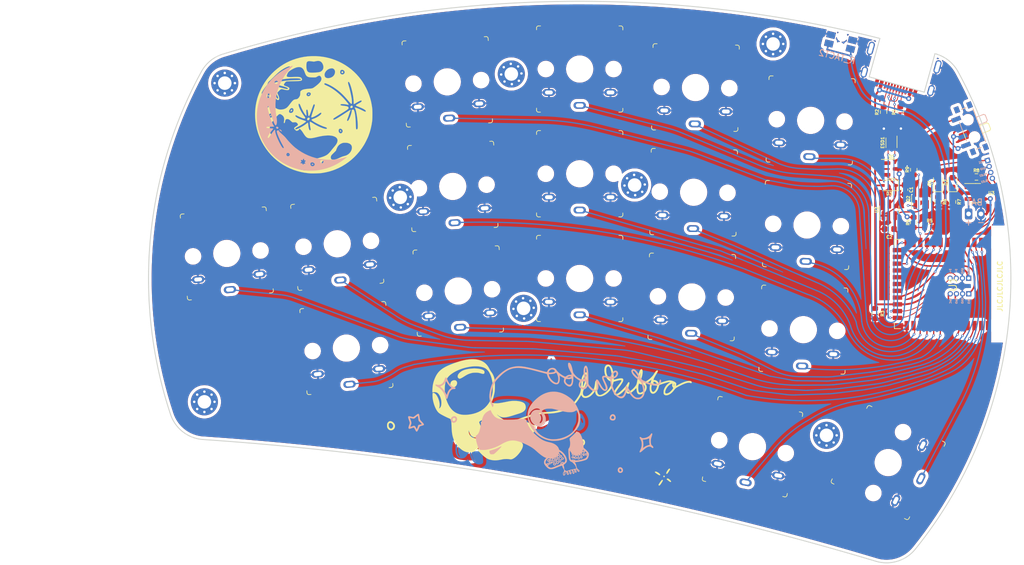
<source format=kicad_pcb>
(kicad_pcb (version 20211014) (generator pcbnew)
  (title_block (title "Wubbo") (rev "v0.1") (company "cache.works"))
  (layers (0 "F.Cu" signal) (31 "B.Cu" signal) (34 "B.Paste" user) (35 "F.Paste" user) (36 "B.SilkS" user "B.Silkscreen") (37 "F.SilkS" user "F.Silkscreen") (38 "B.Mask" user) (39 "F.Mask" user) (44 "Edge.Cuts" user))
  (net 0 "")
  (net 1 "Net-(D1-Pad1)")
  (net 3 "SWDCLK")
  (net 4 "SWDIO")
  (net 5 "VBUS")
  (net 6 "VSENSE")
  (net 7 "+BATT")
  (net 8 "RESET")
  (net 9 "+3V3")
  (net 10 "Net-(D2-Pad1)")
  (net 11 "GND")
  (net 12 "USBD-")
  (net 13 "USBD+")
  (net 14 "D+")
  (net 15 "D-")
  (net 16 "/Net-(J1-CC2)")
  (net 17 "/Net-(J1-CC1)")
  (net 18 "/BAT+_SWITCHED")
  (net 19 "VCC_CONTROL")
  (net 20 "EXT_VCC")
  (net 21 "BLUE_LED")
  (net 22 "CHRG_LED")
  (net 23 "/Net-(U3-PROG)")
  (net 24 "/V-IN")
  (net 25 "SW1")
  (net 26 "SW2")
  (net 27 "SW3")
  (net 28 "SW4")
  (net 29 "SW5")
  (net 30 "SW6")
  (net 31 "SW7")
  (net 32 "SW8")
  (net 33 "SW9")
  (net 34 "SW10")
  (net 35 "/unconnected-(SW_POW1-A)")
  (net 36 "/unconnected-(U1-P0.19)")
  (net 37 "SCL")
  (net 38 "SDA")
  (net 39 "/unconnected-(U1-P0.12)")
  (net 40 "SW17")
  (net 41 "SW16")
  (net 42 "SW15")
  (net 43 "SW14")
  (net 44 "SW13")
  (net 45 "SW12")
  (net 46 "SW11")
  (net 47 "/unconnected-(U1-P0.07)")
  (net 48 "P0.03")
  (net 49 "P0.02")
  (footprint "Resistor_SMD:R_0603_1608Metric" (layer "F.Cu") (at 110.05 -30.525 90)
    (fp_text reference "R9")
    (fp_text value "2M")
  )
  (footprint "kiboard_cache:PG13500-reversible" (layer "F.Cu") (at 36.092843 -10.836936 -177)
    (fp_text reference "SW12" hide)
    (fp_text value "Choc" hide)
  )
  (footprint "kiboard_cache:PG13500-reversible" (layer "F.Cu") (at 55.813372 -29.871818 180)
    (fp_text reference "SW8" hide)
    (fp_text value "Choc" hide)
  )
  (footprint "Capacitor_SMD:C_0603_1608Metric" (layer "F.Cu") (at 108.575 -27.275 -90)
    (fp_text reference "C1")
    (fp_text value "1uF")
  )
  (footprint "Package_TO_SOT_SMD:SOT-666" (layer "F.Cu") (at 106.425 -34.9 -90)
    (fp_text reference "ESD1")
    (fp_text value "USBLC6-2P6")
  )
  (footprint "LED_SMD:LED_0603_1608Metric" (layer "F.Cu") (at 113.98 -28.4425 90)
    (fp_text reference "D1")
    (fp_text value "Blue LED")
  )
  (footprint "Connector_PinSocket_1.00mm:PinSocket_1x04_P1.00mm_Vertical" (layer "F.Cu") (at 118.975 -10.385 -90)
    (fp_text reference "J2" hide)
    (fp_text value "SWD" hide)
  )
  (footprint "Package_TO_SOT_SMD:SOT-23" (layer "F.Cu") (at 106.075 -24 90)
    (fp_text reference "U2")
    (fp_text value "XC6206P")
  )
  (footprint "kiboard_cache:frontleft-2" (layer "F.Cu") (at 59.445876 -12.66613)
    (fp_text reference "Ref**" hide)
    (fp_text value "Val**" hide)
  )
  (footprint "Resistor_SMD:R_0603_1608Metric" (layer "F.Cu") (at 107.86 -39.915 -90)
    (fp_text reference "R1")
    (fp_text value "5.1K")
  )
  (footprint "kiboard_cache:PG13500-reversible" (layer "F.Cu") (at 105.894409 17.019501 -116)
    (fp_text reference "SW17" hide)
    (fp_text value "Choc" hide)
  )
  (footprint "Button_Switch_SMD:SW_SPST_EVQP7C" (layer "F.Cu") (at 98.19 -51.28 166)
    (fp_text reference "R_TACT1" hide)
    (fp_text value "SW_Push")
  )
  (footprint "kiboard_cache:PG13500-reversible" (layer "F.Cu") (at 74.310063 -26.869229 179)
    (fp_text reference "SW9" hide)
    (fp_text value "Choc" hide)
  )
  (footprint "Diode_SMD:D_SOD-323" (layer "F.Cu") (at 106.075 -27.975 180)
    (fp_text reference "D3")
    (fp_text value "D_Schottky" hide)
  )
  (footprint "kiboard_cache:frontright-1" (layer "F.Cu") (at 53.48 -10.865)
    (fp_text reference "Ref**" hide)
    (fp_text value "Val**" hide)
  )
  (footprint "Resistor_SMD:R_0603_1608Metric" (layer "F.Cu") (at 110.025 -21.975 -90)
    (fp_text reference "R4")
    (fp_text value "806/820k")
  )
  (footprint "kiboard_cache:frontright-2" (layer "F.Cu") (at -38.049357 -11.67519)
    (fp_text reference "Ref**" hide)
    (fp_text value "Val**" hide)
  )
  (footprint "Resistor_SMD:R_0603_1608Metric" (layer "F.Cu") (at 120.225 -29.35)
    (fp_text reference "R8")
    (fp_text value "10K")
  )
  (footprint "Capacitor_SMD:C_0603_1608Metric" (layer "F.Cu") (at 106.075 -20.9 180)
    (fp_text reference "C2")
    (fp_text value "1uF")
  )
  (footprint "nRF52840_holyiot_18010" (layer "F.Cu") (at 116.403372 -11.971818 -90)
    (fp_text reference "U1")
    (fp_text value "nRF52840_holyiot_18010")
  )
  (footprint "MountingHole:MountingHole_2.2mm_M2_Pad_Via" (layer "F.Cu") (at -1.81 -44.585)
    (fp_text reference "")
    (fp_text value "MountingHole_2.2mm_M2_Pad_Via")
  )
  (footprint "kiboard_cache:PG13500-reversible" (layer "F.Cu") (at -1.481648 -16.93531 -175)
    (fp_text reference "SW1" hide)
    (fp_text value "Choc" hide)
  )
  (footprint "MountingHole:MountingHole_2.2mm_M2_Pad_Via" (layer "F.Cu") (at 95.88 12.595)
    (fp_text reference "REF**" hide)
    (fp_text value "MountingHole_2.2mm_M2_Pad_Via")
  )
  (footprint "kiboard_cache:PG13500-reversible" (layer "F.Cu") (at 17.931505 -1.568803 -175)
    (fp_text reference "SW11" hide)
    (fp_text value "Choc" hide)
  )
  (footprint "kiboard_cache:PG13500-reversible" (layer "F.Cu") (at 74.606754 -43.866639 179)
    (fp_text reference "SW4" hide)
    (fp_text value "Choc" hide)
  )
  (footprint "MountingHole:MountingHole_2.2mm_M2_Pad_Via" (layer "F.Cu") (at -5.12 7.155)
    (fp_text reference "")
    (fp_text value "MountingHole_2.2mm_M2_Pad_Via")
  )
  (footprint "Resistor_SMD:R_0603_1608Metric" (layer "F.Cu") (at 112.625 -21.15)
    (fp_text reference "R5")
    (fp_text value "2M")
  )
  (footprint "kiboard_cache:PG13500-reversible" (layer "F.Cu") (at 16.449857 -18.504113 -175)
    (fp_text reference "SW6" hide)
    (fp_text value "Choc" hide)
  )
  (footprint "Button_Switch_SMD:SW_SPDT_PCM12" (layer "F.Cu") (at 119.075 -37.125 111)
    (fp_text reference "SW_POW1" hide)
    (fp_text value "SW_SPDT")
  )
  (footprint "Resistor_SMD:R_0603_1608Metric" (layer "F.Cu") (at 105.15 -39.885 -90)
    (fp_text reference "R2")
    (fp_text value "5.1K")
  )
  (footprint "Resistor_SMD:R_0603_1608Metric" (layer "F.Cu") (at 113.98 -25.2675 -90)
    (fp_text reference "R6")
    (fp_text value "1K")
  )
  (footprint "kiboard_cache:PG13500-reversible" (layer "F.Cu") (at 92.71666 -21.54808 178)
    (fp_text reference "SW10" hide)
    (fp_text value "Choc" hide)
  )
  (footprint "kiboard_cache:frontleft-1" (layer "F.Cu") (at 58.31 -11.195)
    (fp_text reference "Ref**" hide)
    (fp_text value "Val**" hide)
  )
  (footprint "kiboard_cache:PG13500-reversible" (layer "F.Cu") (at 93.309951 -38.537724 178)
    (fp_text reference "SW5" hide)
    (fp_text value "Choc" hide)
  )
  (footprint "Package_TO_SOT_SMD:SOT-23" (layer "F.Cu") (at 106.45 -30.65)
    (fp_text reference "Q1")
    (fp_text value "AO3407")
  )
  (footprint "Resistor_SMD:R_0603_1608Metric" (layer "F.Cu") (at 116.34 -25.295 -90)
    (fp_text reference "R7")
    (fp_text value "1K")
  )
  (footprint "Resistor_SMD:R_0603_1608Metric" (layer "F.Cu") (at 103.775 -7.175 -90)
    (fp_text reference "R3")
    (fp_text value "100K")
  )
  (footprint "USB-C-12-Pin-MidMount" (layer "F.Cu") (at 109.053372 -50.751818 -15.5)
    (fp_text reference "J1" hide)
    (fp_text value "USB_C_Receptacle" hide)
  )
  (footprint "kiboard_cache:PG13500-reversible" (layer "F.Cu") (at 74.013372 -9.871818 179)
    (fp_text reference "SW14" hide)
    (fp_text value "Choc" hide)
  )
  (footprint "MountingHole:MountingHole_2.2mm_M2_Pad_Via" (layer "F.Cu") (at 87.21 -50.945)
    (fp_text reference "")
    (fp_text value "MountingHole_2.2mm_M2_Pad_Via")
  )
  (footprint "kiboard_cache:PG13500-reversible" (layer "F.Cu") (at 35.203132 -27.813638 -177)
    (fp_text reference "SW7" hide)
    (fp_text value "Choc" hide)
  )
  (footprint "Connector_PinSocket_1.00mm:PinSocket_1x04_P1.00mm_Vertical" (layer "F.Cu") (at 122.031181 -32.020926 15)
    (fp_text reference "J3" hide)
    (fp_text value "USB" hide)
  )
  (footprint "kiboard_cache:PG13500-reversible" (layer "F.Cu") (at 34.31342 -44.790341 -177)
    (fp_text reference "SW2" hide)
    (fp_text value "Choc" hide)
  )
  (footprint "kiboard_cache:PG13500-reversible" (layer "F.Cu") (at 55.813372 -12.871818 180)
    (fp_text reference "SW13" hide)
    (fp_text value "Choc" hide)
  )
  (footprint "Package_TO_SOT_SMD:TSOT-23-5" (layer "F.Cu") (at 120.1 -26.725)
    (fp_text reference "U3")
    (fp_text value "LTC4054")
  )
  (footprint "kiboard_cache:PG13500-reversible" (layer "F.Cu") (at 83.866674 14.436473 169)
    (fp_text reference "SW16" hide)
    (fp_text value "Choc" hide)
  )
  (footprint "Connector_PinSocket_1.00mm:PinSocket_1x04_P1.00mm_Vertical" (layer "F.Cu") (at 118.95 -12.91 -90)
    (fp_text reference "J3" hide)
    (fp_text value "USB" hide)
  )
  (footprint "kiboard_cache:PG13500-reversible" (layer "F.Cu") (at 92.123368 -4.558436 178)
    (fp_text reference "SW15" hide)
    (fp_text value "Choc" hide)
  )
  (footprint "Package_TO_SOT_SMD:SOT-23" (layer "F.Cu") (at 111.25 -25.825 90)
    (fp_text reference "Q2")
    (fp_text value "AO3407")
  )
  (footprint "kiboard_cache:Tenting_Puck" (layer "F.Cu") (at 45.73 -27.045 3)
    (fp_text reference "REF**")
    (fp_text value "Tenting Puck")
  )
  (footprint "kiboard_cache:PG13500-reversible" (layer "F.Cu") (at 55.813372 -46.871818 180)
    (fp_text reference "SW3" hide)
    (fp_text value "Choc" hide)
  )
  (footprint "LED_SMD:LED_0603_1608Metric" (layer "F.Cu") (at 116.34 -28.445 90)
    (fp_text reference "D2")
    (fp_text value "Red LED")
  )
  (footprint "Button_Switch_SMD:SW_SPST_EVQP7C" (layer "B.Cu") (at 98.19 -51.279239 -14)
    (fp_text reference "R_TACT2")
    (fp_text value "SW_Push")
  )
  (footprint "Connector_JST:JST_PH_S2B-PH-K_1x02_P2.00mm_Horizontal" (layer "B.Cu") (at 118.95 -23.35)
    (fp_text reference "BAT")
    (fp_text value "JST-BATT")
  )
  (footprint "Button_Switch_SMD:SW_SPDT_PCM12" (layer "B.Cu") (at 119.075 -37.125 -69)
    (fp_text reference "SW_POW2" hide)
    (fp_text value "SW_SPDT")
  )
  (gr_arc (start -2.083172 -49.308466) (mid 51.05853 -57.815289) (end 104.54453 -51.844172) (layer "Edge.Cuts") (width 0.15))
  (gr_arc (start -10.622661 9.17934) (mid -13.904233 -19.153192) (end -5.611243 -46.442887) (layer "Edge.Cuts") (width 0.15))
  (gr_line (start 104.54453 -51.844172) (end 102.813372 -45.601818) (layer "Edge.Cuts") (width 0.15))
  (gr_arc (start 117.237987 -46.442886) (mid 125.53532 -6.638849) (end 110.30922 31.062252) (layer "Edge.Cuts") (width 0.15))
  (gr_line (start 111.755862 -43.121846) (end 113.489973 -49.374846) (layer "Edge.Cuts") (width 0.15))
  (gr_arc (start 113.709916 -49.308466) (mid 115.755798 -48.222683) (end 117.237987 -46.442887) (layer "Edge.Cuts") (width 0.15))
  (gr_arc (start -5.611244 -46.442886) (mid -4.129055 -48.222682) (end -2.083173 -49.308466) (layer "Edge.Cuts") (width 0.15))
  (gr_arc (start -5.33437 13.275473) (mid 49.843709 20.118426) (end 103.920858 33.045467) (layer "Edge.Cuts") (width 0.15))
  (gr_line (start 102.813372 -45.601818) (end 111.755862 -43.121846) (layer "Edge.Cuts") (width 0.15))
  (gr_arc (start 113.489972 -49.374846) (mid 113.599953 -49.341687) (end 113.709916 -49.308466) (layer "Edge.Cuts") (width 0.15))
  (gr_arc (start 110.309219 31.062252) (mid 107.417049 33.026702) (end 103.920857 33.045467) (layer "Edge.Cuts") (width 0.15))
  (gr_arc (start -5.33437 13.275474) (mid -8.602289 12.032727) (end -10.622661 9.179341) (layer "Edge.Cuts") (width 0.15))
  (gr_text "P0.03" (at 121.65 -28.665 15) (layer "B.SilkS") (effects (font (size 0.3 0.3) (thickness 0.075)) (justify mirror)))
  (gr_text "SWC" (at 116.02 -9.245 90) (layer "B.SilkS") (effects (font (size 0.3 0.3) (thickness 0.075)) (justify mirror)))
  (gr_text "GND" (at 117.93 -14.095 90) (layer "B.SilkS") (effects (font (size 0.3 0.3) (thickness 0.075)) (justify mirror)))
  (gr_text "P0.02" (at 121.36 -29.685 15) (layer "B.SilkS") (effects (font (size 0.3 0.3) (thickness 0.075)) (justify mirror)))
  (gr_text "D-" (at 116.94 -14.115 90) (layer "B.SilkS") (effects (font (size 0.3 0.3) (thickness 0.075)) (justify mirror)))
  (gr_text "GND" (at 121.29 -30.695 15) (layer "B.SilkS") (effects (font (size 0.3 0.3) (thickness 0.075)) (justify mirror)))
  (gr_text "SWD" (at 116.99 -9.225 90) (layer "B.SilkS") (effects (font (size 0.3 0.3) (thickness 0.075)) (justify mirror)))
  (gr_text "VBUS" (at 118.98 -14.095 90) (layer "B.SilkS") (effects (font (size 0.3 0.3) (thickness 0.075)) (justify mirror)))
  (gr_text "VCC" (at 121 -31.745 15) (layer "B.SilkS") (effects (font (size 0.3 0.3) (thickness 0.075)) (justify mirror)))
  (gr_text "3V3" (at 119.01 -9.185 90) (layer "B.SilkS") (effects (font (size 0.3 0.3) (thickness 0.075)) (justify mirror)))
  (gr_text "GND" (at 117.95 -9.225 90) (layer "B.SilkS") (effects (font (size 0.3 0.3) (thickness 0.075)) (justify mirror)))
  (gr_text "D+" (at 115.98 -14.125 90) (layer "B.SilkS") (effects (font (size 0.3 0.3) (thickness 0.075)) (justify mirror)))
  (gr_text "JLCJLCJLCJLC" (at 124.05 -11.6 90) (layer "F.SilkS") (effects (font (size 0.8 0.8))))
  (segment (start 113.975 -27.575) (end 113.975 -26.0125) (width 0.25) (layer "F.Cu") (net 1))
  (segment (start 115.675 -5.393446) (end 115.503372 -5.221818) (width 0.25) (layer "F.Cu") (net 3))
  (segment (start 115.975 -10.385) (end 115.675 -10.085) (width 0.25) (layer "F.Cu") (net 3))
  (segment (start 115.675 -10.085) (end 115.675 -5.393446) (width 0.25) (layer "F.Cu") (net 3))
  (segment (start 116.8 -5.418446) (end 116.8 -10.21) (width 0.25) (layer "F.Cu") (net 4))
  (segment (start 116.603372 -5.221818) (end 116.8 -5.418446) (width 0.25) (layer "F.Cu") (net 4))
  (segment (start 116.8 -10.21) (end 116.975 -10.385) (width 0.25) (layer "F.Cu") (net 4))
  (segment (start 122.425 -25.775) (end 121.2375 -25.775) (width 0.3) (layer "F.Cu") (net 5))
  (segment (start 103.775 -27.976433) (end 103.775 -30.275) (width 0.3) (layer "F.Cu") (net 5))
  (segment (start 103.853182 -8.671818) (end 103.775 -8.75) (width 0.3) (layer "F.Cu") (net 5))
  (segment (start 103.775 -31.6) (end 103.775 -34.75) (width 0.3) (layer "F.Cu") (net 5))
  (segment (start 107.403372 -8.671818) (end 108.37575 -8.671818) (width 0.3) (layer "F.Cu") (net 5))
  (segment (start 122.475 -25.825) (end 122.425 -25.775) (width 0.3) (layer "F.Cu") (net 5))
  (segment (start 105.5125 -31.6) (end 103.775 -31.6) (width 0.25) (layer "F.Cu") (net 5))
  (segment (start 103.775 -8.75) (end 103.775 -27.976433) (width 0.3) (layer "F.Cu") (net 5))
  (segment (start 107.403372 -8.671818) (end 103.853182 -8.671818) (width 0.3) (layer "F.Cu") (net 5))
  (segment (start 106.425 -33.95) (end 106.425 -34.624022) (width 0.3) (layer "F.Cu") (net 5))
  (segment (start 114.76048 -13.813907) (end 114.957107 -14.057107) (width 0.3) (layer "F.Cu") (net 5))
  (segment (start 103.775 -34.75) (end 103.775 -41.921573) (width 0.3) (layer "F.Cu") (net 5))
  (segment (start 104.360787 -43.335787) (end 104.5 -43.475) (width 0.3) (layer "F.Cu") (net 5))
  (segment (start 115.664214 -14.35) (end 117.782094 -14.346305) (width 0.3) (layer "F.Cu") (net 5))
  (segment (start 118.740086 -13.627205) (end 118.95 -12.91) (width 0.3) (layer "F.Cu") (net 5))
  (segment (start 105.025 -27.975) (end 103.775 -27.976433) (width 0.25) (layer "F.Cu") (net 5))
  (segment (start 106.299022 -34.75) (end 103.775 -34.75) (width 0.3) (layer "F.Cu") (net 5))
  (segment (start 103.775 -30.275) (end 103.775 -31.6) (width 0.3) (layer "F.Cu") (net 5))
  (segment (start 109.225 -42.075) (end 109.480797 -43.125218) (width 0.3) (layer "F.Cu") (net 5))
  (segment (start 104.759008 -44.434686) (end 104.5 -43.475) (width 0.3) (layer "F.Cu") (net 5))
  (segment (start 106.425 -34.624022) (end 106.299022 -34.75) (width 0.3) (layer "F.Cu") (net 5))
  (segment (start 103.775 -8.75) (end 103.775 -8) (width 0.25) (layer "F.Cu") (net 5))
  (segment (start 111.911284 -10.136284) (end 114.77 -13.835) (width 0.3) (layer "F.Cu") (net 5))
  (via (at 109.225 -42.075) (size 0.8) (drill 0.4) (layers "F.Cu" "B.Cu") (net 5))
  (via (at 104.5 -43.475) (size 0.8) (drill 0.4) (layers "F.Cu" "B.Cu") (net 5))
  (via (at 122.475 -25.825) (size 0.8) (drill 0.4) (layers "F.Cu" "B.Cu") (net 5))
  (arc (start 114.957107 -14.057107) (mid 115.28153 -14.27388) (end 115.664214 -14.35) (width 0.3) (layer "F.Cu") (net 5))
  (arc (start 103.775 -41.921573) (mid 103.927241 -42.68694) (end 104.360787 -43.335787) (width 0.3) (layer "F.Cu") (net 5))
  (arc (start 108.37575 -8.671818) (mid 110.289167 -9.05242) (end 111.911284 -10.136284) (width 0.3) (layer "F.Cu") (net 5))
  (arc (start 118.740086 -13.627205) (mid 118.380672 -14.146063) (end 117.782094 -14.346305) (width 0.3) (layer "F.Cu") (net 5))
  (segment (start 120.121573 -19.202179) (end 121.328427 -20.409033) (width 0.3) (layer "B.Cu") (net 5))
  (segment (start 122.5 -23.23746) (end 122.5 -25.8) (width 0.3) (layer "B.Cu") (net 5))
  (segment (start 104.5 -43.475) (end 109.225 -42.075) (width 0.3) (layer "B.Cu") (net 5))
  (segment (start 118.95 -12.91) (end 118.95 -16.373752) (width 0.3) (layer "B.Cu") (net 5))
  (arc (start 120.121573 -19.202179) (mid 119.254482 -17.904486) (end 118.95 -16.373752) (width 0.3) (layer "B.Cu") (net 5))
  (arc (start 121.328427 -20.409033) (mid 122.195518 -21.706726) (end 122.5 -23.23746) (width 0.3) (layer "B.Cu") (net 5))
  (segment (start 110.003372 -18.721818) (end 110 -21) (width 0.25) (layer "F.Cu") (net 6))
  (segment (start 110.025 -21.15) (end 111.8 -21.15) (width 0.2) (layer "F.Cu") (net 6))
  (segment (start 118.9625 -25.775) (end 118.95 -23.35) (width 0.25) (layer "F.Cu") (net 7))
  (segment (start 116.575 -36.575) (end 117.471204 -37.312719) (width 0.25) (layer "F.Cu") (net 7))
  (segment (start 116.5 -35.9) (end 116.575 -36.575) (width 0.25) (layer "F.Cu") (net 7))
  (via (at 116.5 -35.9) (size 0.8) (drill 0.4) (layers "F.Cu" "B.Cu") (net 7))
  (segment (start 116.5 -35.9) (end 116.475 -35.399692) (width 0.25) (layer "B.Cu") (net 7))
  (segment (start 117.35368 -27.79632) (end 118.071321 -27.078679) (width 0.25) (layer "B.Cu") (net 7))
  (segment (start 118.95 -24.957359) (end 118.95 -23.35) (width 0.25) (layer "B.Cu") (net 7))
  (segment (start 116.475 -35.399692) (end 116.475 -29.917641) (width 0.25) (layer "B.Cu") (net 7))
  (segment (start 116.5 -35.9) (end 116.987657 -35.912349) (width 0.2) (layer "B.Cu") (net 7))
  (segment (start 116.987657 -35.912349) (end 118.008756 -35.912349) (width 0.2) (layer "B.Cu") (net 7))
  (arc (start 118.071321 -27.078679) (mid 118.721639 -26.105409) (end 118.95 -24.957359) (width 0.25) (layer "B.Cu") (net 7))
  (arc (start 117.35368 -27.79632) (mid 116.703361 -28.76959) (end 116.475 -29.917641) (width 0.25) (layer "B.Cu") (net 7))
  (segment (start 107.403372 -9.771818) (end 108.040227 -9.960151) (width 0.25) (layer "F.Cu") (net 8))
  (segment (start 113.070238 -13.374805) (end 113.51 -13.935) (width 0.25) (layer "F.Cu") (net 8))
  (segment (start 95.98 -50.055) (end 96.269284 -51.016846) (width 0.25) (layer "F.Cu") (net 8))
  (segment (start 99.85 -49.005) (end 95.98 -50.055) (width 0.25) (layer "F.Cu") (net 8))
  (segment (start 99.85 -49.005) (end 99.762349 -50.145928) (width 0.25) (layer "F.Cu") (net 8))
  (via (at 99.85 -49.005) (size 0.4) (drill 0.2) (layers "F.Cu" "B.Cu") (net 8))
  (via (at 113.51 -13.935) (size 0.4) (drill 0.2) (layers "F.Cu" "B.Cu") (net 8))
  (arc (start 113.070238 -13.374805) (mid 110.821015 -11.275962) (end 108.040227 -9.960151) (width 0.25) (layer "F.Cu") (net 8))
  (segment (start 101.38425 -43.698025) (end 100.931467 -44.599737) (width 0.25) (layer "B.Cu") (net 8))
  (segment (start 113.51 -13.935) (end 114.041715 -14.901488) (width 0.25) (layer "B.Cu") (net 8))
  (segment (start 99.891785 -48.399122) (end 99.85 -49.005) (width 0.25) (layer "B.Cu") (net 8))
  (segment (start 108.609891 -39.990341) (end 104.518554 -41.122971) (width 0.25) (layer "B.Cu") (net 8))
  (segment (start 115.278919 -19.876609) (end 115.121046 -30.066581) (width 0.25) (layer "B.Cu") (net 8))
  (segment (start 99.85 -49.005) (end 95.98 -50.055) (width 0.25) (layer "B.Cu") (net 8))
  (segment (start 95.98 -50.055) (end 96.269284 -51.016085) (width 0.25) (layer "B.Cu") (net 8))
  (segment (start 110.683895 -38.88252) (end 110.178261 -39.242972) (width 0.25) (layer "B.Cu") (net 8))
  (segment (start 99.85 -49.005) (end 99.762349 -50.145167) (width 0.25) (layer "B.Cu") (net 8))
  (segment (start 114.717301 -32.728567) (end 114.474198 -33.556638) (width 0.25) (layer "B.Cu") (net 8))
  (arc (start 101.38425 -43.698025) (mid 102.678534 -42.078368) (end 104.518554 -41.122971) (width 0.25) (layer "B.Cu") (net 8))
  (arc (start 115.278919 -19.876609) (mid 114.984555 -17.308418) (end 114.041715 -14.901488) (width 0.25) (layer "B.Cu") (net 8))
  (arc (start 99.891785 -48.399122) (mid 100.222701 -46.447731) (end 100.931467 -44.599737) (width 0.25) (layer "B.Cu") (net 8))
  (arc (start 108.609891 -39.990341) (mid 109.426786 -39.685298) (end 110.178261 -39.242972) (width 0.25) (layer "B.Cu") (net 8))
  (arc (start 115.121046 -30.066581) (mid 115.009174 -31.411224) (end 114.717301 -32.728567) (width 0.25) (layer "B.Cu") (net 8))
  (arc (start 114.474198 -33.556638) (mid 113.026521 -36.538036) (end 110.683895 -38.88252) (width 0.25) (layer "B.Cu") (net 8))
  (segment (start 106.85 -20.9) (end 107.403372 -20.346628) (width 0.25) (layer "F.Cu") (net 9))
  (segment (start 110.159073 -23.675) (end 108.465927 -23.675) (width 0.2) (layer "F.Cu") (net 9))
  (segment (start 119.948633 -12.607567) (end 119.925 -12.163427) (width 0.25) (layer "F.Cu") (net 9))
  (segment (start 112.70728 -14.9) (end 118.121573 -14.9) (width 0.25) (layer "F.Cu") (net 9))
  (segment (start 108.064394 -17.471818) (end 109.171746 -16.364466) (width 0.25) (layer "F.Cu") (net 9))
  (segment (start 107.403372 -20.346628) (end 107.403372 -17.471818) (width 0.25) (layer "F.Cu") (net 9))
  (segment (start 107.403372 -17.471818) (end 108.064394 -17.471818) (width 0.25) (layer "F.Cu") (net 9))
  (segment (start 107.025 -21.075) (end 106.85 -20.9) (width 0.25) (layer "F.Cu") (net 9))
  (segment (start 107.051713 -23.089213) (end 107.025 -23.0625) (width 0.2) (layer "F.Cu") (net 9))
  (segment (start 112.2 -24.8875) (end 111.573286 -24.260786) (width 0.2) (layer "F.Cu") (net 9))
  (segment (start 119.535787 -14.314213) (end 119.648103 -14.084441) (width 0.25) (layer "F.Cu") (net 9))
  (segment (start 119.339213 -10.749213) (end 118.975 -10.385) (width 0.25) (layer "F.Cu") (net 9))
  (segment (start 107.025 -23.0625) (end 107.025 -21.075) (width 0.25) (layer "F.Cu") (net 9))
  (arc (start 111.573286 -24.260786) (mid 110.92444 -23.827241) (end 110.159073 -23.675) (width 0.2) (layer "F.Cu") (net 9))
  (arc (start 118.121573 -14.9) (mid 118.88694 -14.747759) (end 119.535787 -14.314213) (width 0.25) (layer "F.Cu") (net 9))
  (arc (start 107.051713 -23.089213) (mid 107.70056 -23.522759) (end 108.465927 -23.675) (width 0.2) (layer "F.Cu") (net 9))
  (arc (start 119.648103 -14.084441) (mid 119.892623 -13.365184) (end 119.948633 -12.607567) (width 0.25) (layer "F.Cu") (net 9))
  (arc (start 119.925 -12.163427) (mid 119.772759 -11.39806) (end 119.339213 -10.749213) (width 0.25) (layer "F.Cu") (net 9))
  (arc (start 109.171746 -16.364466) (mid 110.793863 -15.280602) (end 112.70728 -14.9) (width 0.25) (layer "F.Cu") (net 9))
  (segment (start 116.325 -27.55) (end 116.325 -26.0125) (width 0.25) (layer "F.Cu") (net 10))
  (segment (start 104.8 -19.55) (end 105.3 -20.05) (width 0.25) (layer "F.Cu") (net 11))
  (segment (start 106.425 -35.330438) (end 106.905438 -34.85) (width 0.3) (layer "F.Cu") (net 11))
  (segment (start 108.65 -26.425) (end 108.575 -26.5) (width 0.25) (layer "F.Cu") (net 11))
  (segment (start 105.125 -21.075) (end 105.3 -20.9) (width 0.25) (layer "F.Cu") (net 11))
  (segment (start 108.75 -26.425) (end 108.65 -26.425) (width 0.25) (layer "F.Cu") (net 11))
  (segment (start 108.575 -26.5) (end 109.75 -26.5) (width 0.25) (layer "F.Cu") (net 11))
  (segment (start 106.905438 -34.85) (end 108.05 -34.85) (width 0.3) (layer "F.Cu") (net 11))
  (segment (start 106.425 -35.8) (end 106.425 -35.330438) (width 0.3) (layer "F.Cu") (net 11))
  (segment (start 109.175 -31.35) (end 108.975 -31.15) (width 0.2) (layer "F.Cu") (net 11))
  (segment (start 116.325 -24.4375) (end 113.975 -24.4375) (width 0.25) (layer "F.Cu") (net 11))
  (segment (start 105.3 -20.05) (end 105.3 -20.9) (width 0.25) (layer "F.Cu") (net 11))
  (segment (start 105.125 -23.0625) (end 105.125 -21.075) (width 0.25) (layer "F.Cu") (net 11))
  (segment (start 110.05 -31.35) (end 109.175 -31.35) (width 0.2) (layer "F.Cu") (net 11))
  (via (at 109.75 -26.5) (size 0.4) (drill 0.2) (layers "F.Cu" "B.Cu") (net 11))
  (via (at 105.19 -37.195) (size 0.8) (drill 0.4) (layers "F.Cu" "B.Cu") (net 11))
  (via (at 107.96 -37.205) (size 0.8) (drill 0.4) (layers "F.Cu" "B.Cu") (net 11))
  (via (at 108.975 -31.15) (size 0.4) (drill 0.2) (layers "F.Cu" "B.Cu") (net 11))
  (arc (start 108.848 -26.557) (mid 107.261576 -24.538413) (end 105.038 -23.255) (width 0.2) (layer "F.Cu") (net 11))
  (segment (start 105.2 -37.205) (end 107.96 -37.205) (width 0.3) (layer "B.Cu") (net 11))
  (segment (start 105.19 -37.195) (end 105.2 -37.205) (width 0.3) (layer "B.Cu") (net 11))
  (segment (start 106.39718 -43.98038) (end 105.95 -42.375) (width 0.13) (layer "F.Cu") (net 12))
  (segment (start 106.925 -42.1) (end 107.36081 -43.713142) (width 0.13) (layer "F.Cu") (net 12))
  (segment (start 106.93 -41.125) (end 106.96 -35.725) (width 0.13) (layer "F.Cu") (net 12))
  (via (at 106.925 -42.1) (size 0.4) (drill 0.2) (layers "F.Cu" "B.Cu") (net 12))
  (via (at 105.95 -42.375) (size 0.4) (drill 0.2) (layers "F.Cu" "B.Cu") (net 12))
  (via (at 106.93 -41.125) (size 0.4) (drill 0.2) (layers "F.Cu" "B.Cu") (net 12))
  (arc (start 106.93 -42.115) (mid 106.291387 -41.69032) (end 105.94 -42.375) (width 0.13) (layer "B.Cu") (net 12))
  (arc (start 106.93 -41.095) (mid 106.91168 -41.599876) (end 106.92 -42.105) (width 0.13) (layer "B.Cu") (net 12))
  (segment (start 105.89 -40.095) (end 105.89 -35.725) (width 0.13) (layer "F.Cu") (net 13))
  (segment (start 106.88 -43.845) (end 106.42 -42.305) (width 0.13) (layer "F.Cu") (net 13))
  (segment (start 107.84 -43.585) (end 107.39 -42.035) (width 0.13) (layer "F.Cu") (net 13))
  (arc (start 107.38 -42.005) (mid 106.731735 -41.616552) (end 106.42 -42.305) (width 0.13) (layer "F.Cu") (net 13))
  (arc (start 105.89 -40.065) (mid 106.02757 -41.171026) (end 106.39 -42.225) (width 0.13) (layer "F.Cu") (net 13))
  (segment (start 105.8875 -34.025) (end 105.8875 -32.9625) (width 0.13) (layer "F.Cu") (net 14))
  (segment (start 106.225 -6.5) (end 107.37519 -6.5) (width 0.13) (layer "F.Cu") (net 14))
  (segment (start 111.011284 -7.936284) (end 115.95 -12.875) (width 0.13) (layer "F.Cu") (net 14))
  (segment (start 107.37519 -6.5) (end 107.403372 -6.471818) (width 0.13) (layer "F.Cu") (net 14))
  (segment (start 115.95 -12.875) (end 115.95 -12.91) (width 0.13) (layer "F.Cu") (net 14))
  (segment (start 105.8875 -32.9625) (end 105.9 -32.95) (width 0.13) (layer "F.Cu") (net 14))
  (segment (start 107.403372 -6.471818) (end 107.47575 -6.471818) (width 0.13) (layer "F.Cu") (net 14))
  (via (at 105.9 -32.95) (size 0.4) (drill 0.2) (layers "F.Cu" "B.Cu") (net 14))
  (via (at 106.225 -6.5) (size 0.4) (drill 0.2) (layers "F.Cu" "B.Cu") (net 14))
  (arc (start 107.47575 -6.471818) (mid 109.389167 -6.85242) (end 111.011284 -7.936284) (width 0.13) (layer "F.Cu") (net 14))
  (segment (start 105.9 -6.45) (end 106.175 -6.45) (width 0.13) (layer "B.Cu") (net 14))
  (segment (start 105.9 -32.95) (end 105.9 -6.45) (width 0.2) (layer "B.Cu") (net 14))
  (segment (start 106.175 -6.45) (end 106.225 -6.5) (width 0.13) (layer "B.Cu") (net 14))
  (segment (start 116.634315 -13.540685) (end 116.95 -13.225) (width 0.13) (layer "F.Cu") (net 15))
  (segment (start 107.381554 -7.55) (end 107.403372 -7.571818) (width 0.13) (layer "F.Cu") (net 15))
  (segment (start 106.9625 -32.9125) (end 106.95 -32.9) (width 0.13) (layer "F.Cu") (net 15))
  (segment (start 106.921818 -7.571818) (end 108.07575 -7.571818) (width 0.13) (layer "F.Cu") (net 15))
  (segment (start 111.611284 -9.036284) (end 114.818234 -12.942849) (width 0.13) (layer "F.Cu") (net 15))
  (segment (start 116.95 -13.225) (end 116.95 -12.91) (width 0.13) (layer "F.Cu") (net 15))
  (segment (start 106.3645 -7.55) (end 107.381554 -7.55) (width 0.13) (layer "F.Cu") (net 15))
  (segment (start 115.242404 -13.442404) (end 115.282107 -13.482107) (width 0.13) (layer "F.Cu") (net 15))
  (segment (start 115.989214 -13.775) (end 116.068629 -13.775) (width 0.13) (layer "F.Cu") (net 15))
  (segment (start 106.9625 -34.025) (end 106.9625 -32.9125) (width 0.13) (layer "F.Cu") (net 15))
  (segment (start 114.821771 -12.947146) (end 115.114312 -13.301491) (width 0.13) (layer "F.Cu") (net 15))
  (via (at 106.95 -32.9) (size 0.4) (drill 0.2) (layers "F.Cu" "B.Cu") (net 15))
  (via (at 106.3645 -7.55) (size 0.4) (drill 0.2) (layers "F.Cu" "B.Cu") (net 15))
  (arc (start 115.242404 -13.442404) (mid 115.17668 -13.373473) (end 115.114312 -13.301491) (width 0.13) (layer "F.Cu") (net 15))
  (arc (start 116.068629 -13.775) (mid 116.374776 -13.714103) (end 116.634315 -13.540685) (width 0.13) (layer "F.Cu") (net 15))
  (arc (start 108.07575 -7.571818) (mid 109.989167 -7.95242) (end 111.611284 -9.036284) (width 0.13) (layer "F.Cu") (net 15))
  (arc (start 115.282107 -13.482107) (mid 115.60653 -13.69888) (end 115.989214 -13.775) (width 0.13) (layer "F.Cu") (net 15))
  (arc (start 114.818234 -12.942849) (mid 114.820001 -12.944999) (end 114.821771 -12.947146) (width 0.13) (layer "F.Cu") (net 15))
  (segment (start 106.825 -32.775) (end 106.95 -32.9) (width 0.13) (layer "B.Cu") (net 15))
  (segment (start 106.3645 -7.55) (end 106.825 -8.0105) (width 0.13) (layer "B.Cu") (net 15))
  (segment (start 106.825 -8.0105) (end 106.825 -32.775) (width 0.13) (layer "B.Cu") (net 15))
  (segment (start 107.86 -40.76) (end 107.86 -40.74) (width 0.13) (layer "F.Cu") (net 16))
  (segment (start 107.903644 -40.803644) (end 107.86 -40.76) (width 0.13) (layer "F.Cu") (net 16))
  (arc (start 107.87 -40.815) (mid 108.021135 -42.131609) (end 108.31 -43.425) (width 0.13) (layer "F.Cu") (net 16))
  (segment (start 105.915364 -44.114) (end 105.410132 -42.426748) (width 0.13) (layer "F.Cu") (net 17))
  (arc (start 105.410132 -42.426748) (mid 105.252812 -41.717263) (end 105.2 -40.992466) (width 0.13) (layer "F.Cu") (net 17))
  (segment (start 108.975 -22.875) (end 109.117823 -22.844395) (width 0.25) (layer "F.Cu") (net 18))
  (segment (start 107.675 -29.85) (end 107.3875 -30.65) (width 0.25) (layer "F.Cu") (net 18))
  (segment (start 109.536881 -22.8) (end 110.025 -22.8) (width 0.25) (layer "F.Cu") (net 18))
  (via (at 107.675 -29.85) (size 0.8) (drill 0.4) (layers "F.Cu" "B.Cu") (net 18))
  (via (at 117.225 -33.975) (size 0.8) (drill 0.4) (layers "F.Cu" "B.Cu") (net 18))
  (via (at 108.975 -22.875) (size 0.8) (drill 0.4) (layers "F.Cu" "B.Cu") (net 18))
  (arc (start 117.25 -33.925) (mid 115.575671 -35.759258) (end 115.4 -38.235) (width 0.2) (layer "F.Cu") (net 18))
  (arc (start 107.41 -30.635) (mid 111.169381 -35.825508) (end 116.91 -38.675) (width 0.2) (layer "F.Cu") (net 18))
  (arc (start 109.536881 -22.8) (mid 109.326179 -22.81113) (end 109.117823 -22.844395) (width 0.25) (layer "F.Cu") (net 18))
  (segment (start 107.675 -25.887572) (end 107.675 -29.85) (width 0.25) (layer "B.Cu") (net 18))
  (segment (start 108.975 -22.875) (end 108.590108 -23.341312) (width 0.25) (layer "B.Cu") (net 18))
  (segment (start 118.546308 -34.511978) (end 117.225 -33.975) (width 0.25) (layer "B.Cu") (net 18))
  (arc (start 108.590108 -23.341312) (mid 107.910723 -24.534717) (end 107.675 -25.887572) (width 0.25) (layer "B.Cu") (net 18))
  (segment (start 110.86 -29.715) (end 110.215 -29.715) (width 0.127) (layer "F.Cu") (net 19))
  (segment (start 111.103372 -20.146628) (end 111.1 -20.15) (width 0.127) (layer "F.Cu") (net 19))
  (segment (start 110.1375 -24.725) (end 110.3 -24.8875) (width 0.127) (layer "F.Cu") (net 19))
  (segment (start 110.215 -29.715) (end 110.1 -29.6) (width 0.127) (layer "F.Cu") (net 19))
  (segment (start 111.103372 -18.721818) (end 111.103372 -20.146628) (width 0.127) (layer "F.Cu") (net 19))
  (segment (start 109.125 -24.725) (end 110.1375 -24.725) (width 0.127) (layer "F.Cu") (net 19))
  (via (at 111.1 -20.15) (size 0.4) (drill 0.2) (layers "F.Cu" "B.Cu") (net 19))
  (via (at 109.125 -24.725) (size 0.4) (drill 0.2) (layers "F.Cu" "B.Cu") (net 19))
  (via (at 110.86 -29.715) (size 0.4) (drill 0.2) (layers "F.Cu" "B.Cu") (net 19))
  (segment (start 110.832067 -23.865) (end 110.466723 -24.230344) (width 0.127) (layer "B.Cu") (net 19))
  (segment (start 110.85 -29.705) (end 110.85 -20.4) (width 0.127) (layer "B.Cu") (net 19))
  (segment (start 109.146573 -24.725) (end 109.125 -24.725) (width 0.127) (layer "B.Cu") (net 19))
  (segment (start 110.85 -23.865) (end 110.832067 -23.865) (width 0.127) (layer "B.Cu") (net 19))
  (segment (start 110.85 -20.4) (end 111.1 -20.15) (width 0.127) (layer "B.Cu") (net 19))
  (segment (start 110.86 -29.715) (end 110.85 -29.705) (width 0.127) (layer "B.Cu") (net 19))
  (arc (start 110.466723 -24.230344) (mid 109.851073 -24.596812) (end 109.146573 -24.725) (width 0.127) (layer "B.Cu") (net 19))
  (segment (start 111.25 -27.615) (end 111.25 -26.7625) (width 0.13) (layer "F.Cu") (net 20))
  (arc (start 114.66 -31.355) (mid 118.277326 -31.82733) (end 121.92 -32.025) (width 0.2) (layer "F.Cu") (net 20))
  (arc (start 111.26 -27.325) (mid 112.259173 -29.931268) (end 114.66 -31.355) (width 0.2) (layer "F.Cu") (net 20))
  (segment (start 113.075 -28.325) (end 113.975 -29.225) (width 0.2) (layer "F.Cu") (net 21))
  (segment (start 108.921818 -15.271818) (end 108.925 -15.275) (width 0.2) (layer "F.Cu") (net 21))
  (segment (start 113 -28.325) (end 113.075 -28.325) (width 0.2) (layer "F.Cu") (net 21))
  (segment (start 107.403372 -15.271818) (end 108.921818 -15.271818) (width 0.2) (layer "F.Cu") (net 21))
  (via (at 108.925 -15.275) (size 0.4) (drill 0.2) (layers "F.Cu" "B.Cu") (net 21))
  (via (at 113 -28.325) (size 0.4) (drill 0.2) (layers "F.Cu" "B.Cu") (net 21))
  (segment (start 108.925 -15.275) (end 108.925 -15.471573) (width 0.2) (layer "B.Cu") (net 21))
  (segment (start 112.975 -28.3) (end 113 -28.325) (width 0.2) (layer "B.Cu") (net 21))
  (segment (start 109.510787 -16.885787) (end 111.803427 -19.178427) (width 0.2) (layer "B.Cu") (net 21))
  (segment (start 112.975 -22.006854) (end 112.975 -28.3) (width 0.2) (layer "B.Cu") (net 21))
  (arc (start 109.510787 -16.885787) (mid 109.077241 -16.23694) (end 108.925 -15.471573) (width 0.2) (layer "B.Cu") (net 21))
  (arc (start 111.803427 -19.178427) (mid 112.670518 -20.47612) (end 112.975 -22.006854) (width 0.2) (layer "B.Cu") (net 21))
  (segment (start 118.9625 -27.675) (end 118.5 -27.675) (width 0.25) (layer "F.Cu") (net 22))
  (segment (start 116.975 -29.2) (end 116.325 -29.2) (width 0.25) (layer "F.Cu") (net 22))
  (segment (start 118.5 -27.675) (end 116.975 -29.2) (width 0.25) (layer "F.Cu") (net 22))
  (segment (start 121.2375 -27.675) (end 121.2375 -29.1625) (width 0.25) (layer "F.Cu") (net 23))
  (segment (start 121.2375 -29.1625) (end 121.05 -29.35) (width 0.25) (layer "F.Cu") (net 23))
  (segment (start 106.075 -24.9375) (end 106.539214 -25.401714) (width 0.25) (layer "F.Cu") (net 24))
  (segment (start 105.5125 -29.7) (end 107.125 -27.975) (width 0.25) (layer "F.Cu") (net 24))
  (segment (start 108.5 -27.975) (end 107.125 -27.975) (width 0.25) (layer "F.Cu") (net 24))
  (segment (start 107.125 -26.815927) (end 107.125 -27.975) (width 0.25) (layer "F.Cu") (net 24))
  (segment (start 108.575 -28.05) (end 108.5 -27.975) (width 0.25) (layer "F.Cu") (net 24))
  (arc (start 107.125 -26.815927) (mid 106.972759 -26.05056) (end 106.539214 -25.401714) (width 0.25) (layer "F.Cu") (net 24))
  (segment (start 119.021147 -18.226905) (end 118.803372 -18.721818) (width 0.2) (layer "F.Cu") (net 25))
  (segment (start 119.57 -17.145) (end 119.599279 -17.109534) (width 0.2) (layer "F.Cu") (net 25))
  (via (at 119.57 -17.145) (size 0.4) (drill 0.2) (layers "F.Cu" "B.Cu") (net 25))
  (arc (start 119.599279 -17.109534) (mid 119.292624 -17.659119) (end 119.021147 -18.226905) (width 0.2) (layer "F.Cu") (net 25))
  (segment (start 120.654018 -7.983703) (end 120.542627 -6.70271) (width 0.2) (layer "B.Cu") (net 25))
  (segment (start 7.150291 -10.243382) (end -0.967429 -11.057761) (width 0.2) (layer "B.Cu") (net 25))
  (segment (start 26.268697 -3.485691) (end 9.635575 -9.666978) (width 0.2) (layer "B.Cu") (net 25))
  (segment (start 119.452325 -2.601816) (end 117.988076 -0.940939) (width 0.2) (layer "B.Cu") (net 25))
  (segment (start 48.119544 -1.46102) (end 38.854301 -1.624845) (width 0.2) (layer "B.Cu") (net 25))
  (segment (start 82.73148 4.952575) (end 76.492498 2.875673) (width 0.2) (layer "B.Cu") (net 25))
  (segment (start 89.295498 5.96709) (end 84.65154 5.387501) (width 0.2) (layer "B.Cu") (net 25))
  (segment (start 105.40578 4.565577) (end 102.275714 5.146414) (width 0.2) (layer "B.Cu") (net 25))
  (segment (start 61.575856 -0.32748) (end 48.799258 -1.425835) (width 0.2) (layer "B.Cu") (net 25))
  (segment (start 120.35587 -13.59869) (end 120.662157 -9.616964) (width 0.2) (layer "B.Cu") (net 25))
  (segment (start 120.147163 -15.121744) (end 120.261977 -14.397532) (width 0.2) (layer "B.Cu") (net 25))
  (segment (start 75.759351 2.662338) (end 69.90167 1.197918) (width 0.2) (layer "B.Cu") (net 25))
  (segment (start 115.268248 1.230328) (end 113.911272 1.96955) (width 0.2) (layer "B.Cu") (net 25))
  (segment (start 120.287505 -5.167206) (end 120.113316 -4.463195) (width 0.2) (layer "B.Cu") (net 25))
  (segment (start 101.641178 5.243211) (end 97.045491 5.794005) (width 0.2) (layer "B.Cu") (net 25))
  (segment (start 111.81164 2.821049) (end 106.265426 4.366458) (width 0.2) (layer "B.Cu") (net 25))
  (segment (start 96.191706 5.859407) (end 90.870141 6.03842) (width 0.2) (layer "B.Cu") (net 25))
  (segment (start 69.314477 1.069736) (end 62.557515 -0.193833) (width 0.2) (layer "B.Cu") (net 25))
  (segment (start 37.710638 -1.710846) (end 28.43173 -2.946905) (width 0.2) (layer "B.Cu") (net 25))
  (segment (start 119.57 -17.145) (end 119.682458 -16.934581) (width 0.2) (layer "B.Cu") (net 25))
  (arc (start 117.988076 -0.940939) (mid 116.723344 0.263924) (end 115.268248 1.230328) (width 0.2) (layer "B.Cu") (net 25))
  (arc (start 120.113316 -4.463195) (mid 119.828842 -3.516388) (end 119.452325 -2.601816) (width 0.2) (layer "B.Cu") (net 25))
  (arc (start 97.045491 5.794005) (mid 96.619299 5.835848) (end 96.191706 5.859407) (width 0.2) (layer "B.Cu") (net 25))
  (arc (start 120.662157 -9.616964) (mid 120.691488 -8.800167) (end 120.654018 -7.983703) (width 0.2) (layer "B.Cu") (net 25))
  (arc (start 84.65154 5.387501) (mid 83.680781 5.217403) (end 82.73148 4.952575) (width 0.2) (layer "B.Cu") (net 25))
  (arc (start 62.557515 -0.193833) (mid 62.068342 -0.272821) (end 61.575856 -0.32748) (width 0.2) (layer "B.Cu") (net 25))
  (arc (start 28.43173 -2.946905) (mid 27.335154 -3.155839) (end 26.268697 -3.485691) (width 0.2) (layer "B.Cu") (net 25))
  (arc (start 38.854301 -1.624845) (mid 38.281236 -1.651437) (end 37.710638 -1.710846) (width 0.2) (layer "B.Cu") (net 25))
  (arc (start 9.635575 -9.666978) (mid 8.41139 -10.034762) (end 7.150291 -10.243382) (width 0.2) (layer "B.Cu") (net 25))
  (arc (start 119.682458 -16.934581) (mid 119.957311 -16.039057) (end 120.147163 -15.121744) (width 0.2) (layer "B.Cu") (net 25))
  (arc (start 76.492498 2.875673) (mid 76.127961 2.762005) (end 75.759351 2.662338) (width 0.2) (layer "B.Cu") (net 25))
  (arc (start 90.870141 6.03842) (mid 90.081412 6.033829) (end 89.295498 5.96709) (width 0.2) (layer "B.Cu") (net 25))
  (arc (start 102.275714 5.146414) (mid 101.959223 5.199905) (end 101.641178 5.243211) (width 0.2) (layer "B.Cu") (net 25))
  (arc (start 106.265426 4.366458) (mid 105.8378 4.475504) (end 105.40578 4.565577) (width 0.2) (layer "B.Cu") (net 25))
  (arc (start 48.799258 -1.425835) (mid 48.4597 -1.449212) (end 48.119544 -1.46102) (width 0.2) (layer "B.Cu") (net 25))
  (arc (start 120.542627 -6.70271) (mid 120.444988 -5.929987) (end 120.287505 -5.167206) (width 0.2) (layer "B.Cu") (net 25))
  (arc (start 69.90167 1.197918) (mid 69.609037 1.129415) (end 69.314477 1.069736) (width 0.2) (layer "B.Cu") (net 25))
  (arc (start 113.911272 1.96955) (mid 112.88565 2.454957) (end 111.81164 2.821049) (width 0.2) (layer "B.Cu") (net 25))
  (arc (start 120.261977 -14.397532) (mid 120.316958 -13.999055) (end 120.35587 -13.59869) (width 0.2) (layer "B.Cu") (net 25))
  (segment (start 114.37 -17.545) (end 114.403372 -18.721818) (width 0.2) (layer "F.Cu") (net 26))
  (via (at 114.37 -17.545) (size 0.4) (drill 0.2) (layers "F.Cu" "B.Cu") (net 26))
  (segment (start 96.68 -27.915) (end 95.194297 -27.838274) (width 0.2) (layer "B.Cu") (net 26))
  (segment (start 89.539718 -28.215556) (end 85.88 -28.915) (width 0.2) (layer "B.Cu") (net 26))
  (segment (start 93.905225 -27.82717) (end 92.606885 -27.871812) (width 0.2) (layer "B.Cu") (net 26))
  (segment (start 110.749767 -8.354983) (end 110.22 -6.165) (width 0.2) (layer "B.Cu") (net 26))
  (segment (start 102.38 -6.285) (end 101.23 -23.755) (width 0.2) (layer "B.Cu") (net 26))
  (segment (start 114.37 -17.545) (end 114.049447 -16.974091) (width 0.2) (layer "B.Cu") (net 26))
  (segment (start 49.537939 -38.597148) (end 34.622202 -38.898427) (width 0.2) (layer "B.Cu") (net 26))
  (segment (start 72.676994 -33.81365) (end 58.5241 -37.387758) (width 0.2) (layer "B.Cu") (net 26))
  (segment (start 112.951568 -14.716511) (end 112.764434 -14.293796) (width 0.2) (layer "B.Cu") (net 26))
  (segment (start 85.88 -28.915) (end 74.92118 -33.104068) (width 0.2) (layer "B.Cu") (net 26))
  (arc (start 92.606885 -27.871812) (mid 91.066661 -27.984431) (end 89.539718 -28.215556) (width 0.2) (layer "B.Cu") (net 26))
  (arc (start 58.5241 -37.387758) (mid 54.065398 -38.247898) (end 49.537939 -38.597148) (width 0.2) (layer "B.Cu") (net 26))
  (arc (start 101.23 -23.755) (mid 99.811418 -26.771553) (end 96.68 -27.915) (width 0.2) (layer "B.Cu") (net 26))
  (arc (start 95.194297 -27.838274) (mid 94.54988 -27.818868) (end 93.905225 -27.82717) (width 0.2) (layer "B.Cu") (net 26))
  (arc (start 110.22 -6.165) (mid 106.247369 -2.786457) (end 102.38 -6.285) (width 0.2) (layer "B.Cu") (net 26))
  (arc (start 74.92118 -33.104068) (mid 73.809534 -33.491901) (end 72.676994 -33.81365) (width 0.2) (layer "B.Cu") (net 26))
  (arc (start 112.764434 -14.293796) (mid 111.62382 -11.369603) (end 110.749767 -8.354983) (width 0.2) (layer "B.Cu") (net 26))
  (arc (start 114.049447 -16.974091) (mid 113.48026 -15.855147) (end 112.951568 -14.716511) (width 0.2) (layer "B.Cu") (net 26))
  (segment (start 113.27 -17.545) (end 113.303372 -18.721818) (width 0.2) (layer "F.Cu") (net 27))
  (via (at 113.27 -17.545) (size 0.4) (drill 0.2) (layers "F.Cu" "B.Cu") (net 27))
  (segment (start 109.487493 -7.345398) (end 109.38 -6.505) (width 0.2) (layer "B.Cu") (net 27))
  (segment (start 103.057786 -15.736138) (end 102.74 -23.075) (width 0.2) (layer "B.Cu") (net 27))
  (segment (start 113.27 -17.545) (end 111.867685 -15.470905) (width 0.2) (layer "B.Cu") (net 27))
  (segment (start 91.113401 -29.855618) (end 94.91 -29.605) (width 0.2) (layer "B.Cu") (net 27))
  (segment (start 109.83071 -9.666399) (end 109.492894 -7.384548) (width 0.2) (layer "B.Cu") (net 27))
  (segment (start 103.26 -6.915) (end 103.061167 -15.633827) (width 0.2) (layer "B.Cu") (net 27))
  (segment (start 110.559804 -12.579984) (end 110.425227 -12.172372) (width 0.2) (layer "B.Cu") (net 27))
  (segment (start 55.813372 -40.971818) (end 69.869506 -37.34389) (width 0.2) (layer "B.Cu") (net 27))
  (segment (start 72.584955 -36.431132) (end 84.717055 -31.359576) (width 0.2) (layer "B.Cu") (net 27))
  (segment (start 97.215375 -29.40811) (end 94.89 -29.605) (width 0.2) (layer "B.Cu") (net 27))
  (arc (start 109.38 -6.505) (mid 106.122412 -3.761006) (end 103.26 -6.915) (width 0.2) (layer "B.Cu") (net 27))
  (arc (start 102.74 -23.075) (mid 101.227472 -27.33188) (end 97.215375 -29.40811) (width 0.2) (layer "B.Cu") (net 27))
  (arc (start 103.061167 -15.633827) (mid 103.059738 -15.684991) (end 103.057786 -15.736138) (width 0.2) (layer "B.Cu") (net 27))
  (arc (start 110.425227 -12.172372) (mid 110.074084 -10.932169) (end 109.83071 -9.666399) (width 0.2) (layer "B.Cu") (net 27))
  (arc (start 111.867685 -15.470905) (mid 111.137088 -14.060124) (end 110.559804 -12.579984) (width 0.2) (layer "B.Cu") (net 27))
  (arc (start 91.113401 -29.855618) (mid 87.853042 -30.34312) (end 84.717055 -31.359576) (width 0.2) (layer "B.Cu") (net 27))
  (arc (start 109.492894 -7.384548) (mid 109.490097 -7.364986) (end 109.487493 -7.345398) (width 0.2) (layer "B.Cu") (net 27))
  (arc (start 72.584955 -36.431132) (mid 71.243594 -36.936193) (end 69.869506 -37.34389) (width 0.2) (layer "B.Cu") (net 27))
  (segment (start 112.203372 -18.721818) (end 112.2 -17.575) (width 0.2) (layer "F.Cu") (net 28))
  (via (at 112.2 -17.575) (size 0.4) (drill 0.2) (layers "F.Cu" "B.Cu") (net 28))
  (segment (start 108.598208 -8.930285) (end 108.425 -7.025) (width 0.2) (layer "B.Cu") (net 28))
  (segment (start 104.025 -7.2) (end 103.95 -24.25) (width 0.2) (layer "B.Cu") (net 28))
  (segment (start 91.601384 -30.727916) (end 94.675 -30.575) (width 0.2) (layer "B.Cu") (net 28))
  (segment (start 74.303785 -37.967538) (end 87.878661 -31.649428) (width 0.2) (layer "B.Cu") (net 28))
  (segment (start 97.625 -30.65) (end 94.7 -30.575) (width 0.2) (layer "B.Cu") (net 28))
  (segment (start 112.2 -17.575) (end 111.136332 -16.012226) (width 0.2) (layer "B.Cu") (net 28))
  (arc (start 87.878661 -31.649428) (mid 89.695433 -31.008539) (end 91.601384 -30.727916) (width 0.2) (layer "B.Cu") (net 28))
  (arc (start 97.6 -30.65) (mid 102.169011 -28.832799) (end 103.95 -24.25) (width 0.2) (layer "B.Cu") (net 28))
  (arc (start 108.598208 -8.930285) (mid 109.416081 -12.632959) (end 111.136332 -16.012226) (width 0.2) (layer "B.Cu") (net 28))
  (arc (start 108.425 -7.025) (mid 106.140171 -4.979672) (end 104.025 -7.2) (width 0.2) (layer "B.Cu") (net 28))
  (segment (start 108.15 -18.675) (end 108.9 -18.675) (width 0.2) (layer "F.Cu") (net 29))
  (via (at 108.15 -18.675) (size 0.4) (drill 0.2) (layers "F.Cu" "B.Cu") (net 29))
  (segment (start 108.175 -18.675) (end 108.15 -18.675) (width 0.2) (layer "B.Cu") (net 29))
  (segment (start 105.299711 -6.775) (end 105.3 -24.825) (width 0.2) (layer "B.Cu") (net 29))
  (segment (start 107.4 -17.965107) (end 107.4 -6.75) (width 0.2) (layer "B.Cu") (net 29))
  (segment (start 98.3 -32.35) (end 92.85 -32.4) (width 0.2) (layer "B.Cu") (net 29))
  (arc (start 107.4 -17.965107) (mid 107.622232 -18.481451) (end 108.15 -18.675) (width 0.2) (layer "B.Cu") (net 29))
  (arc (start 107.4 -6.75) (mid 106.337499 -5.724429) (end 105.299711 -6.775) (width 0.2) (layer "B.Cu") (net 29))
  (arc (start 98.3 -32.35) (mid 103.356473 -30.03562) (end 105.3 -24.825) (width 0.2) (layer "B.Cu") (net 29))
  (segment (start 119.756303 -4.617384) (end 119.903372 -5.221818) (width 0.2) (layer "F.Cu") (net 30))
  (segment (start 119.11 -3.145) (end 119.282109 -3.395317) (width 0.2) (layer "F.Cu") (net 30))
  (via (at 119.11 -3.145) (size 0.4) (drill 0.2) (layers "F.Cu" "B.Cu") (net 30))
  (arc (start 119.282109 -3.395317) (mid 119.559428 -3.990743) (end 119.756303 -4.617384) (width 0.2) (layer "F.Cu") (net 30))
  (segment (start 62.85357 -1.262917) (end 48.197693 -2.596089) (width 0.2) (layer "B.Cu") (net 30))
  (segment (start 92.292455 5.289549) (end 88.797758 5.095) (width 0.2) (layer "B.Cu") (net 30))
  (segment (start 119.11 -3.145) (end 118.254462 -1.992774) (width 0.2) (layer "B.Cu") (net 30))
  (segment (start 111.338396 2.347628) (end 105.823417 3.867454) (width 0.2) (layer "B.Cu") (net 30))
  (segment (start 103.706111 4.289774) (end 98.22028 4.978249) (width 0.2) (layer "B.Cu") (net 30))
  (segment (start 84.214521 4.377645) (end 76.272515 1.829091) (width 0.2) (layer "B.Cu") (net 30))
  (segment (start 75.175842 1.522566) (end 64.98127 -0.913764) (width 0.2) (layer "B.Cu") (net 30))
  (segment (start 26.136472 -6.687326) (end 16.964076 -12.626564) (width 0.2) (layer "B.Cu") (net 30))
  (segment (start 33.018185 -3.755696) (end 29.087118 -5.209242) (width 0.2) (layer "B.Cu") (net 30))
  (segment (start 96.352422 5.095) (end 92.847547 5.289591) (width 0.2) (layer "B.Cu") (net 30))
  (segment (start 115.524391 0.47199) (end 115.186048 0.679157) (width 0.2) (layer "B.Cu") (net 30))
  (segment (start 47.120182 -2.655127) (end 37.938976 -2.827368) (width 0.2) (layer "B.Cu") (net 30))
  (arc (start 29.087118 -5.209242) (mid 27.571022 -5.86689) (end 26.136472 -6.687326) (width 0.2) (layer "B.Cu") (net 30))
  (arc (start 48.197693 -2.596089) (mid 47.659469 -2.635301) (end 47.120182 -2.655127) (width 0.2) (layer "B.Cu") (net 30))
  (arc (start 88.797758 5.095) (mid 86.47824 4.914576) (end 84.214521 4.377645) (width 0.2) (layer "B.Cu") (net 30))
  (arc (start 115.186048 0.679157) (mid 113.32082 1.648526) (end 111.338396 2.347628) (width 0.2) (layer "B.Cu") (net 30))
  (arc (start 92.292455 5.289549) (mid 92.57 5.297279) (end 92.847547 5.289591) (width 0.2) (layer "B.Cu") (net 30))
  (arc (start 118.254462 -1.992774) (mid 117.003722 -0.633794) (end 115.524391 0.47199) (width 0.2) (layer "B.Cu") (net 30))
  (arc (start 105.823417 3.867454) (mid 104.772372 4.116758) (end 103.706111 4.289774) (width 0.2) (layer "B.Cu") (net 30))
  (arc (start 37.938976 -2.827368) (mid 35.439568 -3.084737) (end 33.018185 -3.755696) (width 0.2) (layer "B.Cu") (net 30))
  (arc (start 76.272515 1.829091) (mid 75.727088 1.665418) (end 75.175842 1.522566) (width 0.2) (layer "B.Cu") (net 30))
  (arc (start 64.98127 -0.913764) (mid 63.923702 -1.12662) (end 62.85357 -1.262917) (width 0.2) (layer "B.Cu") (net 30))
  (arc (start 98.22028 4.978249) (mid 97.288174 5.065784) (end 96.352422 5.095) (width 0.2) (layer "B.Cu") (net 30))
  (segment (start 113.303372 -5.221818) (end 113.272945 -3.649797) (width 0.2) (layer "F.Cu") (net 31))
  (via (at 113.272945 -3.649797) (size 0.4) (drill 0.2) (layers "F.Cu" "B.Cu") (net 31))
  (segment (start 82.696972 -14.364377) (end 92.73 -10.325) (width 0.2) (layer "B.Cu") (net 31))
  (arc (start 92.73 -10.325) (mid 96.840596 -7.896268) (end 99.55 -3.965) (width 0.2) (layer "B.Cu") (net 31))
  (arc (start 35.69 -21.945) (mid 59.607025 -20.42245) (end 82.79 -14.345) (width 0.2) (layer "B.Cu") (net 31))
  (arc (start 100.39 -2.675) (mid 99.9445 -3.302936) (end 99.55 -3.965) (width 0.2) (layer "B.Cu") (net 31))
  (arc (start 113.272945 -3.649797) (mid 107.096598 0.341514) (end 100.39 -2.675) (width 0.2) (layer "B.Cu") (net 31))
  (segment (start 112.203372 -5.221818) (end 112.18 -3.635) (width 0.2) (layer "F.Cu") (net 32))
  (via (at 112.18 -3.635) (size 0.4) (drill 0.2) (layers "F.Cu" "B.Cu") (net 32))
  (segment (start 55.813372 -23.971818) (end 78.74 -17.335) (width 0.2) (layer "B.Cu") (net 32))
  (segment (start 78.74 -17.335) (end 94.26 -10.915) (width 0.2) (layer "B.Cu") (net 32))
  (arc (start 112.18 -3.635) (mid 105.475893 -0.304217) (end 99.79 -5.165) (width 0.2) (layer "B.Cu") (net 32))
  (arc (start 94.26 -10.915) (mid 97.652446 -8.632764) (end 99.79 -5.145) (width 0.2) (layer "B.Cu") (net 32))
  (segment (start 111.103372 -5.221818) (end 111.09 -3.705) (width 0.2) (layer "F.Cu") (net 33))
  (via (at 111.09 -3.705) (size 0.4) (drill 0.2) (layers "F.Cu" "B.Cu") (net 33))
  (segment (start 94.14 -12.285) (end 90.089243 -14.057206) (width 0.2) (layer "B.Cu") (net 33))
  (segment (start 89.871218 -14.153834) (end 81.215019 -18.039714) (width 0.2) (layer "B.Cu") (net 33))
  (segment (start 80.337851 -18.413555) (end 74.007094 -20.970128) (width 0.2) (layer "B.Cu") (net 33))
  (arc (start 111.09 -3.705) (mid 105.145227 -1.111399) (end 100.69 -5.825) (width 0.2) (layer "B.Cu") (net 33))
  (arc (start 100.69 -5.825) (mid 98.05962 -9.7086) (end 94.14 -12.285) (width 0.2) (layer "B.Cu") (net 33))
  (arc (start 80.337851 -18.413555) (mid 80.778218 -18.230817) (end 81.215019 -18.039714) (width 0.2) (layer "B.Cu") (net 33))
  (arc (start 90.089243 -14.057206) (mid 89.980115 -14.10526) (end 89.871218 -14.153834) (width 0.2) (layer "B.Cu") (net 33))
  (segment (start 110.2 -4.349515) (end 110.2 -4.35) (width 0.13) (layer "F.Cu") (net 34))
  (segment (start 110.175 -4.025) (end 110.184556 -4.101446) (width 0.13) (layer "F.Cu") (net 34))
  (segment (start 110.2 -4.35) (end 110.003372 -5.221818) (width 0.13) (layer "F.Cu") (net 34))
  (segment (start 110.1 -3.825) (end 110.175 -4.025) (width 0.13) (layer "F.Cu") (net 34))
  (via (at 110.1 -3.825) (size 0.4) (drill 0.2) (layers "F.Cu" "B.Cu") (net 34))
  (arc (start 110.184556 -4.101446) (mid 110.196135 -4.22524) (end 110.2 -4.349515) (width 0.13) (layer "F.Cu") (net 34))
  (segment (start 110.1 -3.825) (end 110.040768 -3.721343) (width 0.13) (layer "B.Cu") (net 34))
  (arc (start 92.07 -15.555) (mid 98.695962 -12.547353) (end 101.6 -5.875) (width 0.2) (layer "B.Cu") (net 34))
  (arc (start 110.05 -3.765) (mid 105.055766 -1.885414) (end 101.61 -5.945) (width 0.2) (layer "B.Cu") (net 34))
  (segment (start 121.11 -17.195) (end 121.003372 -18.721818) (width 0.2) (layer "F.Cu") (net 40))
  (via (at 121.11 -17.195) (size 0.4) (drill 0.2) (layers "F.Cu" "B.Cu") (net 40))
  (segment (start 117.618311 7.483502) (end 111.197294 19.605891) (width 0.2) (layer "B.Cu") (net 40))
  (segment (start 121.11 -17.195) (end 121.678978 -9.744781) (width 0.2) (layer "B.Cu") (net 40))
  (arc (start 121.678978 -9.744781) (mid 120.755729 -0.869702) (end 117.618311 7.483502) (width 0.2) (layer "B.Cu") (net 40))
  (segment (start 120.28 -17.205) (end 119.903372 -18.721818) (width 0.2) (layer "F.Cu") (net 41))
  (via (at 120.28 -17.205) (size 0.4) (drill 0.2) (layers "F.Cu" "B.Cu") (net 41))
  (segment (start 92.528804 10.376307) (end 93.93001 9.542256) (width 0.2) (layer "B.Cu") (net 41))
  (segment (start 120.28 -17.205) (end 120.331094 -17.101015) (width 0.2) (layer "B.Cu") (net 41))
  (segment (start 121.167387 -10.596502) (end 121.17 -10.345) (width 0.2) (layer "B.Cu") (net 41))
  (segment (start 82.740901 20.228073) (end 87.523372 14.604872) (width 0.2) (layer "B.Cu") (net 41))
  (arc (start 115.37 2.655) (mid 108.111903 5.33231) (end 100.57 7.055) (width 0.2) (layer "B.Cu") (net 41))
  (arc (start 87.523372 14.604872) (mid 89.851738 12.284208) (end 92.528804 10.376307) (width 0.2) (layer "B.Cu") (net 41))
  (arc (start 121.17 -10.345) (mid 121.218438 -7.995) (end 121.17 -5.645) (width 0.2) (layer "B.Cu") (net 41))
  (arc (start 120.331094 -17.101015) (mid 120.940502 -13.873349) (end 121.167387 -10.596502) (width 0.2) (layer "B.Cu") (net 41))
  (arc (start 121.17 -5.645) (mid 119.506533 -0.630916) (end 115.37 2.655) (width 0.2) (layer "B.Cu") (net 41))
  (arc (start 93.93001 9.542256) (mid 97.137956 8.001253) (end 100.568238 7.053218) (width 0.2) (layer "B.Cu") (net 41))
  (segment (start 114.403372 -5.221818) (end 114.34 -3.635) (width 0.2) (layer "F.Cu") (net 42))
  (via (at 114.34 -3.635) (size 0.4) (drill 0.2) (layers "F.Cu" "B.Cu") (net 42))
  (arc (start 114.34 -3.635) (mid 113.137139 -1.513313) (end 111.2 -0.025) (width 0.2) (layer "B.Cu") (net 42))
  (arc (start 111.17 -0.025) (mid 101.472628 1.780909) (end 91.61 1.595) (width 0.2) (layer "B.Cu") (net 42))
  (segment (start 117.703372 -5.221818) (end 117.15 -3.785) (width 0.25) (layer "F.Cu") (net 43))
  (via (at 117.15 -3.785) (size 0.4) (drill 0.2) (layers "F.Cu" "B.Cu") (net 43))
  (segment (start 97.098529 3.045571) (end 102.842863 2.362445) (width 0.2) (layer "B.Cu") (net 43))
  (segment (start 82.362492 -0.407529) (end 87.136942 1.996298) (width 0.2) (layer "B.Cu") (net 43))
  (segment (start 73.710403 -3.972717) (end 81.644619 -0.734141) (width 0.2) (layer "B.Cu") (net 43))
  (segment (start 91.509607 3.063711) (end 95.776749 3.116755) (width 0.2) (layer "B.Cu") (net 43))
  (segment (start 103.970366 2.184625) (end 108.69 1.255) (width 0.2) (layer "B.Cu") (net 43))
  (arc (start 95.776749 3.116755) (mid 96.438818 3.103058) (end 97.098529 3.045571) (width 0.2) (layer "B.Cu") (net 43))
  (arc (start 108.69 1.255) (mid 113.399982 -0.459314) (end 117.15 -3.785) (width 0.2) (layer "B.Cu") (net 43))
  (arc (start 81.644619 -0.734141) (mid 82.006777 -0.577915) (end 82.362492 -0.407529) (width 0.2) (layer "B.Cu") (net 43))
  (arc (start 87.136942 1.996298) (mid 89.262438 2.779222) (end 91.509607 3.063711) (width 0.2) (layer "B.Cu") (net 43))
  (arc (start 102.842863 2.362445) (mid 103.408307 2.284264) (end 103.970366 2.184625) (width 0.2) (layer "B.Cu") (net 43))
  (segment (start 118.41 -4.245) (end 118.803372 -5.221818) (width 0.2) (layer "F.Cu") (net 44))
  (segment (start 117.95 -3.575) (end 118.41 -4.245) (width 0.2) (layer "F.Cu") (net 44))
  (via (at 117.95 -3.575) (size 0.4) (drill 0.2) (layers "F.Cu" "B.Cu") (net 44))
  (segment (start 69.061415 -3.058307) (end 86.689248 2.981097) (width 0.2) (layer "B.Cu") (net 44))
  (segment (start 91.103656 3.720422) (end 95.883253 3.781586) (width 0.2) (layer "B.Cu") (net 44))
  (segment (start 96.415595 3.760011) (end 99.75147 3.446152) (width 0.2) (layer "B.Cu") (net 44))
  (segment (start 55.813372 -6.971818) (end 68.434205 -3.257928) (width 0.2) (layer "B.Cu") (net 44))
  (segment (start 106.031229 2.528537) (end 110.29 1.445) (width 0.2) (layer "B.Cu") (net 44))
  (segment (start 99.987865 3.418219) (end 105.503139 2.632994) (width 0.2) (layer "B.Cu") (net 44))
  (segment (start 86.689248 2.981097) (end 90.263296 3.638368) (width 0.2) (layer "B.Cu") (net 44))
  (arc (start 105.503139 2.632994) (mid 105.768591 2.587878) (end 106.031229 2.528537) (width 0.2) (layer "B.Cu") (net 44))
  (arc (start 110.29 1.445) (mid 114.595992 -0.32578) (end 117.95 -3.555) (width 0.2) (layer "B.Cu") (net 44))
  (arc (start 68.434205 -3.257928) (mid 68.748905 -3.161558) (end 69.061415 -3.058307) (width 0.2) (layer "B.Cu") (net 44))
  (arc (start 95.883253 3.781586) (mid 96.149712 3.777894) (end 96.415595 3.760011) (width 0.2) (layer "B.Cu") (net 44))
  (arc (start 91.103656 3.720422) (mid 90.681741 3.697166) (end 90.263296 3.638368) (width 0.2) (layer "B.Cu") (net 44))
  (arc (start 99.987865 3.418219) (mid 99.869834 3.433592) (end 99.75147 3.446152) (width 0.2) (layer "B.Cu") (net 44))
  (segment (start 117.703372 -18.721818) (end 118.151708 -17.720164) (width 0.25) (layer "F.Cu") (net 45))
  (segment (start 119.527282 -15.224621) (end 119.58 -15.135) (width 0.25) (layer "F.Cu") (net 45))
  (segment (start 119.009369 -16.08278) (end 119.431723 -15.384785) (width 0.25) (layer "F.Cu") (net 45))
  (via (at 119.58 -15.135) (size 0.4) (drill 0.2) (layers "F.Cu" "B.Cu") (net 45))
  (arc (start 118.151708 -17.720164) (mid 118.555293 -16.888249) (end 119.009369 -16.08278) (width 0.25) (layer "F.Cu") (net 45))
  (arc (start 119.527282 -15.224621) (mid 119.479751 -15.304851) (end 119.431723 -15.384785) (width 0.25) (layer "F.Cu") (net 45))
  (segment (start 83.207977 3.098068) (end 79.67687 1.86153) (width 0.2) (layer "B.Cu") (net 45))
  (segment (start 120.032301 -10.128081) (end 120.03491 -9.530617) (width 0.25) (layer "B.Cu") (net 45))
  (segment (start 96.363322 4.416144) (end 96.929795 4.381979) (width 0.2) (layer "B.Cu") (net 45))
  (segment (start 119.864942 -7.212533) (end 119.819624 -6.803365) (width 0.2) (layer "B.Cu") (net 45))
  (segment (start 119.858101 -12.955167) (end 119.990731 -11.180458) (width 0.25) (layer "B.Cu") (net 45))
  (segment (start 36.55 -4.895) (end 44.454072 -4.662242) (width 0.2) (layer "B.Cu") (net 45))
  (segment (start 97.476864 4.328153) (end 102.644038 3.730171) (width 0.2) (layer "B.Cu") (net 45))
  (segment (start 119.58 -15.135) (end 119.747274 -13.971055) (width 0.25) (layer "B.Cu") (net 45))
  (segment (start 97.169838 4.361688) (end 97.443111 4.331943) (width 0.2) (layer "B.Cu") (net 45))
  (segment (start 104.103987 3.48772) (end 108.462036 2.540971) (width 0.2) (layer "B.Cu") (net 45))
  (segment (start 91.306081 4.45179) (end 96.090168 4.425136) (width 0.2) (layer "B.Cu") (net 45))
  (segment (start 109.879284 2.159611) (end 112.782507 1.223861) (width 0.2) (layer "B.Cu") (net 45))
  (arc (start 120.03491 -9.530617) (mid 119.994898 -8.368319) (end 119.864942 -7.212533) (width 0.2) (layer "B.Cu") (net 45))
  (arc (start 112.782507 1.223861) (mid 117.410199 -1.817423) (end 119.819624 -6.803365) (width 0.2) (layer "B.Cu") (net 45))
  (arc (start 91.306081 4.45179) (mid 87.198946 4.122387) (end 83.207977 3.098068) (width 0.2) (layer "B.Cu") (net 45))
  (arc (start 96.363322 4.416144) (mid 96.226806 4.422506) (end 96.090168 4.425136) (width 0.2) (layer "B.Cu") (net 45))
  (arc (start 108.462036 2.540971) (mid 109.175327 2.367635) (end 109.879284 2.159611) (width 0.2) (layer "B.Cu") (net 45))
  (arc (start 119.990731 -11.180458) (mid 120.020755 -10.654634) (end 120.032301 -10.128081) (width 0.25) (layer "B.Cu") (net 45))
  (arc (start 44.454072 -4.662242) (mid 62.316641 -2.756461) (end 79.67687 1.86153) (width 0.2) (layer "B.Cu") (net 45))
  (arc (start 102.644038 3.730171) (mid 103.377004 3.626962) (end 104.103987 3.48772) (width 0.2) (layer "B.Cu") (net 45))
  (arc (start 119.747274 -13.971055) (mid 119.811342 -13.464055) (end 119.858101 -12.955167) (width 0.25) (layer "B.Cu") (net 45))
  (arc (start 97.476864 4.328153) (mid 97.459991 4.330077) (end 97.443111 4.331943) (width 0.2) (layer "B.Cu") (net 45))
  (arc (start 96.929795 4.381979) (mid 97.049939 4.373279) (end 97.169838 4.361688) (width 0.2) (layer "B.Cu") (net 45))
  (segment (start 120.16 -2.935) (end 120.464201 -3.749113) (width 0.15) (layer "F.Cu") (net 46))
  (segment (start 120.536876 -3.950498) (end 121.003372 -5.221818) (width 0.15) (layer "F.Cu") (net 46))
  (via (at 120.16 -2.935) (size 0.4) (drill 0.2) (layers "F.Cu" "B.Cu") (net 46))
  (arc (start 120.464201 -3.749113) (mid 120.500269 -3.849903) (end 120.536876 -3.950498) (width 0.15) (layer "F.Cu") (net 46))
  (segment (start 23.56493 3.535351) (end 24.172383 3.273422) (width 0.2) (layer "B.Cu") (net 46))
  (segment (start 18.445724 4.308746) (end 22.117522 3.915574) (width 0.2) (layer "B.Cu") (net 46))
  (segment (start 25.840051 2.357194) (end 26.08019 2.193726) (width 0.2) (layer "B.Cu") (net 46))
  (segment (start 28.933092 1.088886) (end 29.857381 0.935885) (width 0.2) (layer "B.Cu") (net 46))
  (segment (start 27.438918 1.543313) (end 28.933092 1.088886) (width 0.2) (layer "B.Cu") (net 46))
  (arc (start 24.172383 3.273422) (mid 25.028059 2.855063) (end 25.840051 2.357194) (width 0.2) (layer "B.Cu") (net 46))
  (arc (start 22.117522 3.915574) (mid 22.855532 3.779921) (end 23.56493 3.535351) (width 0.2) (layer "B.Cu") (net 46))
  (arc (start 26.08019 2.193726) (mid 26.734919 1.817057) (end 27.438918 1.543313) (width 0.2) (layer "B.Cu") (net 46))
  (arc (start 120.170658 -2.942566) (mid 117.95 0.135) (end 114.810658 2.267434) (width 0.2) (layer "B.Cu") (net 46))
  (arc (start 29.857381 0.935885) (mid 56.681721 0.039021) (end 82.827512 6.100964) (width 0.2) (layer "B.Cu") (net 46))
  (arc (start 114.810658 2.267434) (mid 99.111014 6.57239) (end 82.84 6.105) (width 0.2) (layer "B.Cu") (net 46))
  (arc (start 122.78 -29.095) (mid 123.860323 -25.465486) (end 122.3 -22.015) (width 0.2) (layer "F.Cu") (net 48))
  (arc (start 116.62 -19.195) (mid 117.453657 -20.058516) (end 118.59 -20.445) (width 0.2) (layer "F.Cu") (net 48))
  (arc (start 122.3 -22.015) (mid 120.566691 -20.942436) (end 118.59 -20.445) (width 0.2) (layer "F.Cu") (net 48))
  (arc (start 122.24 -28.555) (mid 123.031114 -23.799127) (end 119.04 -21.095) (width 0.2) (layer "F.Cu") (net 49))
  (arc (start 122.24 -28.555) (mid 122.002509 -29.385734) (end 122.51 -30.085) (width 0.2) (layer "F.Cu") (net 49))
  (arc (start 115.49 -18.865) (mid 116.963851 -20.459407) (end 119.04 -21.095) (width 0.2) (layer "F.Cu") (net 49))
  (zone (net 11) (net_name "GND") (layers F&B.Cu) (connect_pads (clearance 0.508)) (min_thickness 0.127) (fill yes (thermal_gap 0.2) (thermal_bridge_width 0.3) (island_removal_mode 1) (island_area_min 0))
    (polygon (pts (xy 126.01 33.65) (xy -14.37 33.65) (xy -14.37 -58.08) (xy 126.01 -58.08)))
  )
)
</source>
